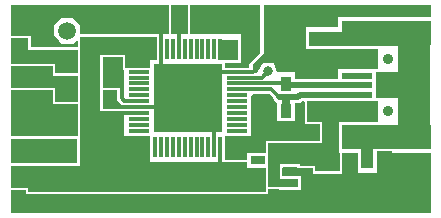
<source format=gtl>
G04 Layer_Physical_Order=1*
G04 Layer_Color=255*
%FSLAX25Y25*%
%MOIN*%
G70*
G01*
G75*
%ADD10R,0.07087X0.01260*%
%ADD11R,0.01260X0.07087*%
%ADD12R,0.05118X0.02756*%
%ADD13R,0.03543X0.04724*%
%ADD14R,0.04724X0.03543*%
%ADD15R,0.11811X0.07874*%
%ADD16R,0.09843X0.07874*%
%ADD17R,0.09843X0.01969*%
%ADD18C,0.01260*%
%ADD19C,0.01000*%
%ADD20C,0.02000*%
%ADD21R,0.22441X0.08268*%
%ADD22R,0.29921X0.05118*%
%ADD23R,0.22835X0.22835*%
%ADD24R,0.29528X0.07874*%
%ADD25R,0.11024X0.27559*%
%ADD26R,0.09843X0.02756*%
%ADD27R,0.03937X0.04724*%
%ADD28R,0.03937X0.07087*%
%ADD29R,0.03150X0.06693*%
%ADD30R,0.07480X0.09055*%
%ADD31R,0.06693X0.07087*%
%ADD32C,0.03543*%
%ADD33C,0.05906*%
%ADD34R,0.05906X0.05906*%
%ADD35C,0.03150*%
G36*
X16142Y38189D02*
X24409D01*
Y27559D01*
X1969D01*
Y42913D01*
X16142D01*
Y38189D01*
D02*
G37*
G36*
X37402Y39370D02*
X38976Y37795D01*
Y36614D01*
X32677D01*
Y42913D01*
X37402D01*
Y39370D01*
D02*
G37*
G36*
X16142Y47638D02*
X24409D01*
Y38976D01*
X16929D01*
Y43701D01*
X1969D01*
Y50787D01*
X16142D01*
Y47638D01*
D02*
G37*
G36*
X129134Y22047D02*
X142126D01*
Y1969D01*
X1969Y1968D01*
Y9449D01*
X7087D01*
Y8268D01*
X87795D01*
Y9843D01*
X91339D01*
Y9449D01*
X98819D01*
X98819Y14173D01*
X92520Y14173D01*
Y16929D01*
X102756D01*
Y14961D01*
X112598D01*
Y22047D01*
X117717D01*
Y15354D01*
X124016D01*
Y22441D01*
X129134D01*
Y22047D01*
D02*
G37*
G36*
X124409Y32283D02*
X111417D01*
Y22047D01*
X111811D01*
Y15748D01*
X103543D01*
Y17717D01*
X98425D01*
X98425Y18110D01*
X91732D01*
X91732Y17323D01*
X87795D01*
X87795Y20079D01*
Y25197D01*
X105905D01*
Y32283D01*
X100787D01*
Y35039D01*
Y39370D01*
X124409D01*
Y32283D01*
D02*
G37*
G36*
X89370Y40551D02*
X89764Y39370D01*
X90945Y38583D01*
X90945Y32677D01*
X96850D01*
Y38583D01*
X98425D01*
X99575Y39157D01*
X100000Y38895D01*
Y31496D01*
X105118D01*
Y25984D01*
X87008D01*
Y22047D01*
X80709D01*
Y19685D01*
X73622D01*
Y27559D01*
X82284D01*
X82284Y40945D01*
X83071Y41732D01*
X88189D01*
X89370Y40551D01*
D02*
G37*
G36*
X39370Y49606D02*
X39764D01*
Y43701D01*
X32677D01*
Y53937D01*
X39370D01*
Y49606D01*
D02*
G37*
G36*
X85039Y64173D02*
Y55118D01*
X81890Y51968D01*
X81496Y51575D01*
Y50394D01*
X73622D01*
Y51968D01*
X78740D01*
Y61024D01*
Y61417D01*
X61811D01*
Y71260D01*
X85039D01*
Y64173D01*
D02*
G37*
G36*
X54724Y61417D02*
X25197D01*
Y64567D01*
X22835Y66929D01*
X18898D01*
X16535Y64567D01*
Y61024D01*
X17323Y60236D01*
X18898Y58268D01*
X22835D01*
X23947Y59381D01*
X24409Y59189D01*
Y57087D01*
X8661D01*
Y61024D01*
X1969D01*
Y71260D01*
X54724D01*
Y61417D01*
D02*
G37*
G36*
X61024D02*
X55512D01*
Y71260D01*
X61024D01*
Y61417D01*
D02*
G37*
G36*
X142126Y67323D02*
X111024D01*
X111024Y63779D01*
X100394D01*
Y56693D01*
X124409D01*
Y50000D01*
X111024D01*
Y46457D01*
X96850D01*
Y48819D01*
X90945D01*
X89764Y51968D01*
X86221D01*
X84252Y48425D01*
X82677D01*
X82677Y51575D01*
X86614Y55118D01*
Y71260D01*
X142126D01*
Y67323D01*
D02*
G37*
G36*
X7874Y56299D02*
X24409D01*
Y48425D01*
X16929D01*
Y51575D01*
X1969D01*
Y60236D01*
X7874D01*
Y56299D01*
D02*
G37*
G36*
X50787Y52756D02*
X48425D01*
Y50394D01*
X40157D01*
Y54724D01*
X31890D01*
Y35827D01*
X39764D01*
Y27559D01*
X48425D01*
Y18898D01*
X80709D01*
Y16929D01*
X87008D01*
Y12598D01*
Y9055D01*
X25197Y9055D01*
X7874Y9055D01*
Y10236D01*
X1969D01*
Y17717D01*
X25197D01*
Y60630D01*
X50787D01*
Y52756D01*
D02*
G37*
D10*
X44685Y50984D02*
D03*
Y49016D02*
D03*
Y47047D02*
D03*
Y45079D02*
D03*
Y43110D02*
D03*
Y41142D02*
D03*
Y39173D02*
D03*
Y37205D02*
D03*
Y35236D02*
D03*
Y33268D02*
D03*
Y31299D02*
D03*
Y29331D02*
D03*
X77362D02*
D03*
Y31299D02*
D03*
Y33268D02*
D03*
Y35236D02*
D03*
Y37205D02*
D03*
Y39173D02*
D03*
Y41142D02*
D03*
Y43110D02*
D03*
Y45079D02*
D03*
Y47047D02*
D03*
Y49016D02*
D03*
Y50984D02*
D03*
D11*
X50197Y23819D02*
D03*
X52165D02*
D03*
X54134D02*
D03*
X56102D02*
D03*
X58071D02*
D03*
X60039D02*
D03*
X62008D02*
D03*
X63976D02*
D03*
X65945D02*
D03*
X67913D02*
D03*
X69882D02*
D03*
X71850D02*
D03*
Y56496D02*
D03*
X69882D02*
D03*
X67913D02*
D03*
X65945D02*
D03*
X63976D02*
D03*
X62008D02*
D03*
X60039D02*
D03*
X58071D02*
D03*
X56102D02*
D03*
X54134D02*
D03*
X52165D02*
D03*
X50197D02*
D03*
D12*
X84449Y12008D02*
D03*
Y19488D02*
D03*
X95079D02*
D03*
Y15748D02*
D03*
Y12008D02*
D03*
D13*
X103543Y60024D02*
D03*
Y52543D02*
D03*
X120866Y19079D02*
D03*
Y11598D02*
D03*
X4724Y64748D02*
D03*
Y57268D02*
D03*
Y39583D02*
D03*
Y47063D02*
D03*
X93701Y52543D02*
D03*
Y45063D02*
D03*
X4724Y30890D02*
D03*
Y23409D02*
D03*
X93701Y28559D02*
D03*
Y36039D02*
D03*
X4724Y6512D02*
D03*
Y13992D02*
D03*
X103150Y28559D02*
D03*
Y36039D02*
D03*
X35039Y47032D02*
D03*
Y39551D02*
D03*
X35433Y58087D02*
D03*
Y65567D02*
D03*
X61811Y12779D02*
D03*
Y5299D02*
D03*
X40157Y12779D02*
D03*
Y5299D02*
D03*
X75590Y5331D02*
D03*
Y12811D02*
D03*
X106299Y10842D02*
D03*
Y18323D02*
D03*
D14*
X51000Y67323D02*
D03*
X58480D02*
D03*
X81709Y66929D02*
D03*
X89189D02*
D03*
D15*
X136221Y27165D02*
D03*
Y61811D02*
D03*
D16*
X117520Y27165D02*
D03*
Y61811D02*
D03*
D17*
Y38189D02*
D03*
Y41339D02*
D03*
Y44488D02*
D03*
Y47638D02*
D03*
Y50787D02*
D03*
D18*
X52165Y56496D02*
Y66158D01*
X69882Y23819D02*
Y29921D01*
X71653Y49016D02*
X77362D01*
X44685Y37205D02*
X50394D01*
X77362Y45079D02*
X93685D01*
X77362Y47047D02*
X85630D01*
X87795Y49213D01*
X77362Y49016D02*
X82874D01*
X83465Y49606D01*
X71850Y14567D02*
Y23819D01*
X77362Y43110D02*
X88779D01*
X91339Y40551D01*
X52165Y50984D02*
Y56496D01*
X33858Y35236D02*
X44685D01*
X39961Y39173D02*
X44685D01*
X38976Y40157D02*
X39961Y39173D01*
X38976Y40157D02*
Y44488D01*
X37795Y37205D02*
X44685D01*
X58071Y56496D02*
Y67323D01*
D19*
X117520Y27165D02*
X136221D01*
X93685Y45079D02*
X93701Y45063D01*
X94276Y44488D01*
X93094Y53150D02*
X93701Y52543D01*
D20*
X94276Y44488D02*
X117520D01*
X97638Y40551D02*
X98425Y41339D01*
X117520D01*
X91339Y40551D02*
X97638D01*
D21*
X13189Y22638D02*
D03*
D22*
X116535Y60039D02*
D03*
D23*
X61024Y40157D02*
D03*
D24*
X127362Y61811D02*
D03*
Y27165D02*
D03*
D25*
X136614Y44488D02*
D03*
D26*
X92716Y12008D02*
D03*
D27*
X89764Y14961D02*
D03*
D28*
X120866Y20079D02*
D03*
D29*
X93701Y37205D02*
D03*
D30*
X127362Y44685D02*
D03*
D31*
X74606Y56299D02*
D03*
D32*
X127756Y53150D02*
D03*
Y35827D02*
D03*
D33*
X20866Y62598D02*
D03*
Y52598D02*
D03*
Y42598D02*
D03*
Y32598D02*
D03*
Y22598D02*
D03*
D34*
Y12598D02*
D03*
D35*
X35039Y51968D02*
D03*
X11417Y31102D02*
D03*
Y39764D02*
D03*
X22441Y5118D02*
D03*
X11417D02*
D03*
X33858D02*
D03*
X87795Y49213D02*
D03*
X54331Y43307D02*
D03*
X60630D02*
D03*
X67323D02*
D03*
Y33465D02*
D03*
X60630D02*
D03*
X54331D02*
D03*
X60630Y38583D02*
D03*
X54331D02*
D03*
X67323D02*
D03*
X98425Y28740D02*
D03*
X86221Y30709D02*
D03*
X77165Y23622D02*
D03*
X101181Y12598D02*
D03*
X114567Y5512D02*
D03*
X101181D02*
D03*
X81102Y5118D02*
D03*
X68504D02*
D03*
X55118D02*
D03*
X137008Y15354D02*
D03*
X130709Y5512D02*
D03*
X75590Y56693D02*
D03*
X86614Y38189D02*
D03*
X46850Y5118D02*
D03*
X41732Y57874D02*
D03*
X45276Y55118D02*
D03*
X12598Y67323D02*
D03*
Y61417D02*
D03*
X28740Y66142D02*
D03*
X42520D02*
D03*
X64567Y68898D02*
D03*
Y64173D02*
D03*
X93701Y57874D02*
D03*
X87795Y54331D02*
D03*
X94488Y66929D02*
D03*
X89370Y62205D02*
D03*
X108661Y53150D02*
D03*
X98425Y52756D02*
D03*
X104724Y67323D02*
D03*
M02*

</source>
